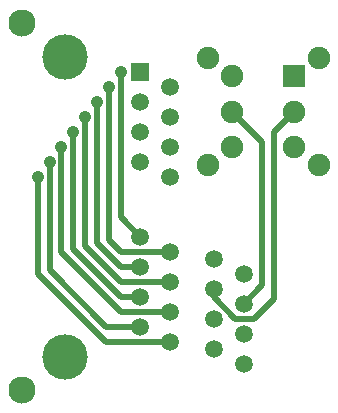
<source format=gbl>
%FSLAX33Y33*%
%MOMM*%
%AMRect-W1500000-H1500000-RO0.500*
21,1,1.5,1.5,0.,0.,270*%
%AMRect-W1900000-H1900000-RO0.500*
21,1,1.9,1.9,0.,0.,270*%
%ADD10C,0.508*%
%ADD11C,1.0668*%
%ADD12C,1.5*%
%ADD13C,3.85*%
%ADD14C,2.3*%
%ADD15Rect-W1500000-H1500000-RO0.500*%
%ADD16C,1.9*%
%ADD17Rect-W1900000-H1900000-RO0.500*%
%ADD18C,1.49*%
D10*
%LNbottom copper_traces*%
G01*
X6500Y19380D02*
X10500Y15380D01*
X3500Y17320D02*
X9250Y11570D01*
X23492Y15173D02*
X21800Y13481D01*
X9250Y11570D02*
X14695Y11570D01*
X9250Y12840D02*
X12155Y12840D01*
X18384Y15326D02*
X18384Y16021D01*
X7500Y30620D02*
X7500Y19650D01*
X8500Y31890D02*
X8500Y19920D01*
X10500Y16650D02*
X14695Y16650D01*
X5500Y28080D02*
X5500Y19110D01*
X10500Y34430D02*
X10500Y22115D01*
X4500Y26810D02*
X4500Y17590D01*
X6500Y29350D02*
X6500Y19380D01*
X23492Y15173D02*
X23492Y29308D01*
X10500Y14110D02*
X14695Y14110D01*
X9500Y33160D02*
X9500Y20190D01*
X4500Y17590D02*
X9250Y12840D01*
X22500Y16327D02*
X20924Y14751D01*
X5500Y19110D02*
X10500Y14110D01*
X19924Y31040D02*
X22500Y28464D01*
X9500Y20190D02*
X10500Y19190D01*
X10500Y15380D02*
X12155Y15380D01*
X10500Y17920D02*
X12155Y17920D01*
X18384Y15326D02*
X20229Y13481D01*
X7500Y19650D02*
X10500Y16650D01*
X10500Y19190D02*
X14695Y19190D01*
X21800Y13481D02*
X20229Y13481D01*
X25224Y31040D02*
X23492Y29308D01*
X3500Y25540D02*
X3500Y17320D01*
X8500Y19920D02*
X10500Y17920D01*
X22500Y28464D02*
X22500Y16327D01*
X10500Y22115D02*
X12155Y20460D01*
D11*
X9500Y33160D03*
X6500Y29350D03*
X7500Y30620D03*
X4500Y26810D03*
X8500Y31890D03*
X10500Y34430D03*
X3500Y25540D03*
X5500Y28080D03*
%LNbottom copper component 81390542205083f1*%
D12*
X14695Y30620D03*
X14695Y28080D03*
X14695Y25540D03*
X12155Y26810D03*
X12155Y31890D03*
X12155Y29350D03*
X14695Y33160D03*
X12155Y15380D03*
X12155Y12840D03*
X14695Y16650D03*
X14695Y14110D03*
X14695Y11570D03*
X14695Y19190D03*
X12155Y17920D03*
X12155Y20460D03*
D13*
X5805Y35700D03*
X5805Y10300D03*
D14*
X2125Y38500D03*
X2125Y7500D03*
D15*
X12155Y34430D03*
%LNbottom copper component 0e1364f0201fcbb8*%
D16*
X25224Y31040D03*
X25224Y28040D03*
X19924Y34040D03*
X19924Y31040D03*
X19924Y28040D03*
X27274Y35540D03*
X27274Y26540D03*
X17874Y35540D03*
X17874Y26540D03*
D17*
X25224Y34040D03*
%LNbottom copper component f3fd09079bb1218d*%
D18*
X18384Y10941D03*
X18384Y13481D03*
X18384Y16021D03*
X18384Y18561D03*
X20924Y17291D03*
X20924Y14751D03*
X20924Y12211D03*
X20924Y9671D03*
M02*
</source>
